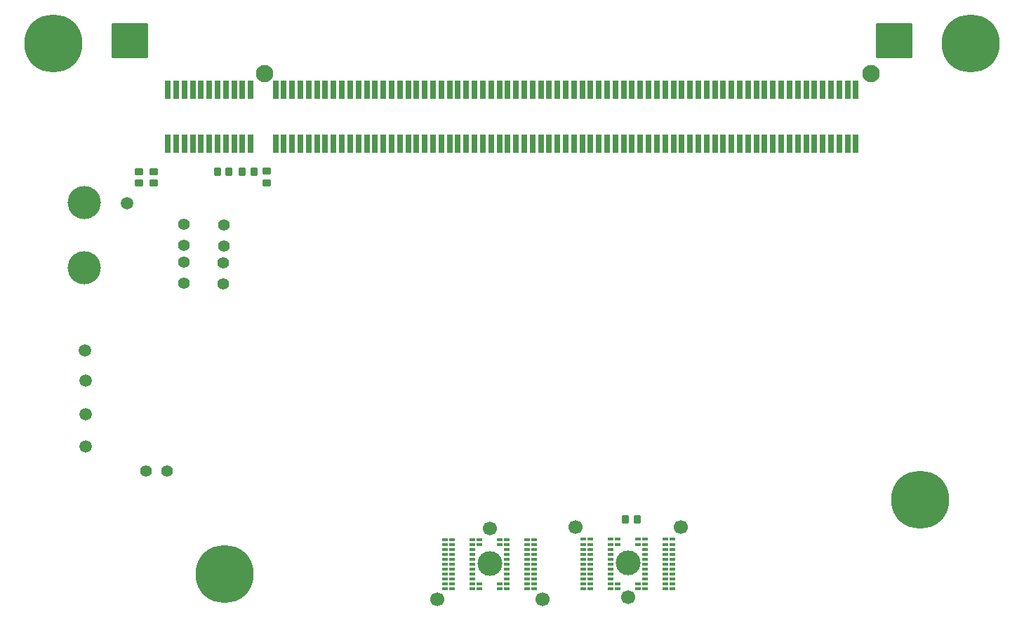
<source format=gbr>
%TF.GenerationSoftware,KiCad,Pcbnew,8.0.8*%
%TF.CreationDate,2025-08-06T16:05:48-04:00*%
%TF.ProjectId,pcie,70636965-2e6b-4696-9361-645f70636258,rev?*%
%TF.SameCoordinates,Original*%
%TF.FileFunction,Soldermask,Top*%
%TF.FilePolarity,Negative*%
%FSLAX46Y46*%
G04 Gerber Fmt 4.6, Leading zero omitted, Abs format (unit mm)*
G04 Created by KiCad (PCBNEW 8.0.8) date 2025-08-06 16:05:48*
%MOMM*%
%LPD*%
G01*
G04 APERTURE LIST*
G04 Aperture macros list*
%AMRoundRect*
0 Rectangle with rounded corners*
0 $1 Rounding radius*
0 $2 $3 $4 $5 $6 $7 $8 $9 X,Y pos of 4 corners*
0 Add a 4 corners polygon primitive as box body*
4,1,4,$2,$3,$4,$5,$6,$7,$8,$9,$2,$3,0*
0 Add four circle primitives for the rounded corners*
1,1,$1+$1,$2,$3*
1,1,$1+$1,$4,$5*
1,1,$1+$1,$6,$7*
1,1,$1+$1,$8,$9*
0 Add four rect primitives between the rounded corners*
20,1,$1+$1,$2,$3,$4,$5,0*
20,1,$1+$1,$4,$5,$6,$7,0*
20,1,$1+$1,$6,$7,$8,$9,0*
20,1,$1+$1,$8,$9,$2,$3,0*%
G04 Aperture macros list end*
%ADD10C,7.000000*%
%ADD11C,1.400000*%
%ADD12C,1.500000*%
%ADD13C,4.000000*%
%ADD14C,2.100000*%
%ADD15RoundRect,0.102000X0.275000X1.000000X-0.275000X1.000000X-0.275000X-1.000000X0.275000X-1.000000X0*%
%ADD16RoundRect,0.102000X2.100000X2.000000X-2.100000X2.000000X-2.100000X-2.000000X2.100000X-2.000000X0*%
%ADD17RoundRect,0.200000X-0.350000X0.200000X-0.350000X-0.200000X0.350000X-0.200000X0.350000X0.200000X0*%
%ADD18RoundRect,0.200000X-0.200000X-0.350000X0.200000X-0.350000X0.200000X0.350000X-0.200000X0.350000X0*%
%ADD19R,0.700000X0.400000*%
%ADD20C,1.700000*%
%ADD21C,3.000000*%
G04 APERTURE END LIST*
D10*
%TO.C,*%
X234540000Y-85100000D03*
%TD*%
%TO.C,*%
X240640000Y-30000000D03*
%TD*%
%TO.C,*%
X130000000Y-30000000D03*
%TD*%
%TO.C,REF\u002A\u002A*%
X150640000Y-94100000D03*
%TD*%
D11*
%TO.C,REF\u002A\u002A*%
X141180000Y-81650000D03*
X143720000Y-81650000D03*
%TD*%
%TO.C,REF\u002A\u002A*%
X150525000Y-51910000D03*
X150525000Y-54450000D03*
%TD*%
%TO.C,REF\u002A\u002A*%
X150520000Y-56490000D03*
X150520000Y-59030000D03*
%TD*%
%TO.C,REF\u002A\u002A*%
X145720000Y-56385000D03*
X145720000Y-58925000D03*
%TD*%
%TO.C,REF\u002A\u002A*%
X145725000Y-51805000D03*
X145725000Y-54345000D03*
%TD*%
D12*
%TO.C,REF\u002A\u002A*%
X133825000Y-67075000D03*
%TD*%
%TO.C,REF\u002A\u002A*%
X133925000Y-74775000D03*
%TD*%
%TO.C,REF\u002A\u002A*%
X133875000Y-78625000D03*
%TD*%
%TO.C,REF\u002A\u002A*%
X133875000Y-70675000D03*
%TD*%
D13*
%TO.C,REF\u002A\u002A*%
X133750000Y-57100000D03*
%TD*%
D12*
%TO.C,REF\u002A\u002A*%
X138900000Y-49300000D03*
%TD*%
D13*
%TO.C,REF\u002A\u002A*%
X133750000Y-49200000D03*
%TD*%
D14*
%TO.C,J2*%
X228600000Y-33600000D03*
X155450000Y-33600000D03*
D15*
X143800000Y-35600000D03*
X144800000Y-35600000D03*
X145800000Y-35600000D03*
X146800000Y-35600000D03*
X147800000Y-35600000D03*
X148800000Y-35600000D03*
X149800000Y-35600000D03*
X150800000Y-35600000D03*
X151800000Y-35600000D03*
X152800000Y-35600000D03*
X153800000Y-35600000D03*
X156800000Y-35600000D03*
X157800000Y-35600000D03*
X158800000Y-35600000D03*
X159800000Y-35600000D03*
X160800000Y-35600000D03*
X161800000Y-35600000D03*
X162800000Y-35600000D03*
X163800000Y-35600000D03*
X164800000Y-35600000D03*
X165800000Y-35600000D03*
X166800000Y-35600000D03*
X167800000Y-35600000D03*
X168800000Y-35600000D03*
X169800000Y-35600000D03*
X170800000Y-35600000D03*
X171800000Y-35600000D03*
X172800000Y-35600000D03*
X173800000Y-35600000D03*
X174800000Y-35600000D03*
X175800000Y-35600000D03*
X176800000Y-35600000D03*
X177800000Y-35600000D03*
X178800000Y-35600000D03*
X179800000Y-35600000D03*
X180800000Y-35600000D03*
X181800000Y-35600000D03*
X182800000Y-35600000D03*
X183800000Y-35600000D03*
X184800000Y-35600000D03*
X185800000Y-35600000D03*
X186800000Y-35600000D03*
X187800000Y-35600000D03*
X188800000Y-35600000D03*
X189800000Y-35600000D03*
X190800000Y-35600000D03*
X191800000Y-35600000D03*
X192800000Y-35600000D03*
X193800000Y-35600000D03*
X194800000Y-35600000D03*
X195800000Y-35600000D03*
X196800000Y-35600000D03*
X197800000Y-35600000D03*
X198800000Y-35600000D03*
X199800000Y-35600000D03*
X200800000Y-35600000D03*
X201800000Y-35600000D03*
X202800000Y-35600000D03*
X203800000Y-35600000D03*
X204800000Y-35600000D03*
X205800000Y-35600000D03*
X206800000Y-35600000D03*
X207800000Y-35600000D03*
X208800000Y-35600000D03*
X209800000Y-35600000D03*
X210800000Y-35600000D03*
X211800000Y-35600000D03*
X212800000Y-35600000D03*
X213800000Y-35600000D03*
X214800000Y-35600000D03*
X215800000Y-35600000D03*
X216800000Y-35600000D03*
X217800000Y-35600000D03*
X218800000Y-35600000D03*
X219800000Y-35600000D03*
X220800000Y-35600000D03*
X221800000Y-35600000D03*
X222800000Y-35600000D03*
X223800000Y-35600000D03*
X224800000Y-35600000D03*
X225800000Y-35600000D03*
X226800000Y-35600000D03*
X143800000Y-42100000D03*
X144800000Y-42100000D03*
X145800000Y-42100000D03*
X146800000Y-42100000D03*
X147800000Y-42100000D03*
X148800000Y-42100000D03*
X149800000Y-42100000D03*
X150800000Y-42100000D03*
X151800000Y-42100000D03*
X152800000Y-42100000D03*
X153800000Y-42100000D03*
X156800000Y-42100000D03*
X157800000Y-42100000D03*
X158800000Y-42100000D03*
X159800000Y-42100000D03*
X160800000Y-42100000D03*
X161800000Y-42100000D03*
X162800000Y-42100000D03*
X163800000Y-42100000D03*
X164800000Y-42100000D03*
X165800000Y-42100000D03*
X166800000Y-42100000D03*
X167800000Y-42100000D03*
X168800000Y-42100000D03*
X169800000Y-42100000D03*
X170800000Y-42100000D03*
X171800000Y-42100000D03*
X172800000Y-42100000D03*
X173800000Y-42100000D03*
X174800000Y-42100000D03*
X175800000Y-42100000D03*
X176800000Y-42100000D03*
X177800000Y-42100000D03*
X178800000Y-42100000D03*
X179800000Y-42100000D03*
X180800000Y-42100000D03*
X181800000Y-42100000D03*
X182800000Y-42100000D03*
X183800000Y-42100000D03*
X184800000Y-42100000D03*
X185800000Y-42100000D03*
X186800000Y-42100000D03*
X187800000Y-42100000D03*
X188800000Y-42100000D03*
X189800000Y-42100000D03*
X190800000Y-42100000D03*
X191800000Y-42100000D03*
X192800000Y-42100000D03*
X193800000Y-42100000D03*
X194800000Y-42100000D03*
X195800000Y-42100000D03*
X196800000Y-42100000D03*
X197800000Y-42100000D03*
X198800000Y-42100000D03*
X199800000Y-42100000D03*
X200800000Y-42100000D03*
X201800000Y-42100000D03*
X202800000Y-42100000D03*
X203800000Y-42100000D03*
X204800000Y-42100000D03*
X205800000Y-42100000D03*
X206800000Y-42100000D03*
X207800000Y-42100000D03*
X208800000Y-42100000D03*
X209800000Y-42100000D03*
X210800000Y-42100000D03*
X211800000Y-42100000D03*
X212800000Y-42100000D03*
X213800000Y-42100000D03*
X214800000Y-42100000D03*
X215800000Y-42100000D03*
X216800000Y-42100000D03*
X217800000Y-42100000D03*
X218800000Y-42100000D03*
X219800000Y-42100000D03*
X220800000Y-42100000D03*
X221800000Y-42100000D03*
X222800000Y-42100000D03*
X223800000Y-42100000D03*
X224800000Y-42100000D03*
X225800000Y-42100000D03*
X226800000Y-42100000D03*
D16*
X231400000Y-29600000D03*
X139200000Y-29600000D03*
%TD*%
D17*
%TO.C,R3*%
X142100000Y-45450000D03*
X142100000Y-46850000D03*
%TD*%
D18*
%TO.C,R7*%
X199000000Y-87500000D03*
X200400000Y-87500000D03*
%TD*%
%TO.C,R2*%
X152800000Y-45500000D03*
X154200000Y-45500000D03*
%TD*%
D17*
%TO.C,R5*%
X140350000Y-45450000D03*
X140350000Y-46850000D03*
%TD*%
D19*
%TO.C,J1*%
X193920000Y-95870000D03*
X194780000Y-95870000D03*
X197220000Y-95870000D03*
X198080000Y-95870000D03*
X200520000Y-95870000D03*
X201380000Y-95870000D03*
X203820000Y-95870000D03*
X204680000Y-95870000D03*
X193920000Y-95270000D03*
X194780000Y-95270000D03*
X197220000Y-95270000D03*
X198080000Y-95270000D03*
X200520000Y-95270000D03*
X201380000Y-95270000D03*
X203820000Y-95270000D03*
X204680000Y-95270000D03*
X193920000Y-94670000D03*
X194780000Y-94670000D03*
X197220000Y-94670000D03*
X201380000Y-94670000D03*
X203820000Y-94670000D03*
X204680000Y-94670000D03*
X193920000Y-94070000D03*
X194780000Y-94070000D03*
X197220000Y-94070000D03*
X201380000Y-94070000D03*
X203820000Y-94070000D03*
X204680000Y-94070000D03*
X193920000Y-93470000D03*
X194780000Y-93470000D03*
X197220000Y-93470000D03*
X201380000Y-93470000D03*
X203820000Y-93470000D03*
X204680000Y-93470000D03*
X193920000Y-92870000D03*
X194780000Y-92870000D03*
X197220000Y-92870000D03*
X201380000Y-92870000D03*
X203820000Y-92870000D03*
X204680000Y-92870000D03*
X193920000Y-92270000D03*
X194780000Y-92270000D03*
X197220000Y-92270000D03*
X201380000Y-92270000D03*
X203820000Y-92270000D03*
X204680000Y-92270000D03*
X193920000Y-91670000D03*
X194780000Y-91670000D03*
X197220000Y-91670000D03*
X201380000Y-91670000D03*
X203820000Y-91670000D03*
X204680000Y-91670000D03*
X193920000Y-91070000D03*
X194780000Y-91070000D03*
X197220000Y-91070000D03*
X201380000Y-91070000D03*
X203820000Y-91070000D03*
X204680000Y-91070000D03*
X193920000Y-90470000D03*
X194780000Y-90470000D03*
X197220000Y-90470000D03*
X198080000Y-90470000D03*
X200520000Y-90470000D03*
X201380000Y-90470000D03*
X203820000Y-90470000D03*
X204680000Y-90470000D03*
X193920000Y-89870000D03*
X194780000Y-89870000D03*
X197220000Y-89870000D03*
X198080000Y-89870000D03*
X200520000Y-89870000D03*
X201380000Y-89870000D03*
X203820000Y-89870000D03*
X204680000Y-89870000D03*
X177260000Y-95880000D03*
X178120000Y-95880000D03*
X180560000Y-95880000D03*
X181420000Y-95880000D03*
X183860000Y-95880000D03*
X184720000Y-95880000D03*
X187160000Y-95880000D03*
X188020000Y-95880000D03*
X177260000Y-95280000D03*
X178120000Y-95280000D03*
X180560000Y-95280000D03*
X181420000Y-95280000D03*
X183860000Y-95280000D03*
X184720000Y-95280000D03*
X187160000Y-95280000D03*
X188020000Y-95280000D03*
X177260000Y-94680000D03*
X178120000Y-94680000D03*
X180560000Y-94680000D03*
X184720000Y-94680000D03*
X187160000Y-94680000D03*
X188020000Y-94680000D03*
X177260000Y-94080000D03*
X178120000Y-94080000D03*
X180560000Y-94080000D03*
X184720000Y-94080000D03*
X187160000Y-94080000D03*
X188020000Y-94080000D03*
X177260000Y-93480000D03*
X178120000Y-93480000D03*
X180560000Y-93480000D03*
X184720000Y-93480000D03*
X187160000Y-93480000D03*
X188020000Y-93480000D03*
X177260000Y-92880000D03*
X178120000Y-92880000D03*
X180560000Y-92880000D03*
X184720000Y-92880000D03*
X187160000Y-92880000D03*
X188020000Y-92880000D03*
X177260000Y-92280000D03*
X178120000Y-92280000D03*
X180560000Y-92280000D03*
X184720000Y-92280000D03*
X187160000Y-92280000D03*
X188020000Y-92280000D03*
X177260000Y-91680000D03*
X178120000Y-91680000D03*
X180560000Y-91680000D03*
X184720000Y-91680000D03*
X187160000Y-91680000D03*
X188020000Y-91680000D03*
X177260000Y-91080000D03*
X178120000Y-91080000D03*
X180560000Y-91080000D03*
X184720000Y-91080000D03*
X187160000Y-91080000D03*
X188020000Y-91080000D03*
X177260000Y-90480000D03*
X178120000Y-90480000D03*
X180560000Y-90480000D03*
X181420000Y-90480000D03*
X183860000Y-90480000D03*
X184720000Y-90480000D03*
X187160000Y-90480000D03*
X188020000Y-90480000D03*
X177260000Y-89880000D03*
X178120000Y-89880000D03*
X180560000Y-89880000D03*
X181420000Y-89880000D03*
X183860000Y-89880000D03*
X184720000Y-89880000D03*
X187160000Y-89880000D03*
X188020000Y-89880000D03*
D20*
X205680000Y-88370000D03*
X199300000Y-96840000D03*
D21*
X199300000Y-92750000D03*
D20*
X192960000Y-88390000D03*
X189020000Y-97080000D03*
D21*
X182640000Y-92760000D03*
D20*
X182640000Y-88560000D03*
X176300000Y-97100000D03*
%TD*%
D18*
%TO.C,R1*%
X149800000Y-45500000D03*
X151200000Y-45500000D03*
%TD*%
D17*
%TO.C,R4*%
X155700000Y-45400000D03*
X155700000Y-46800000D03*
%TD*%
M02*

</source>
